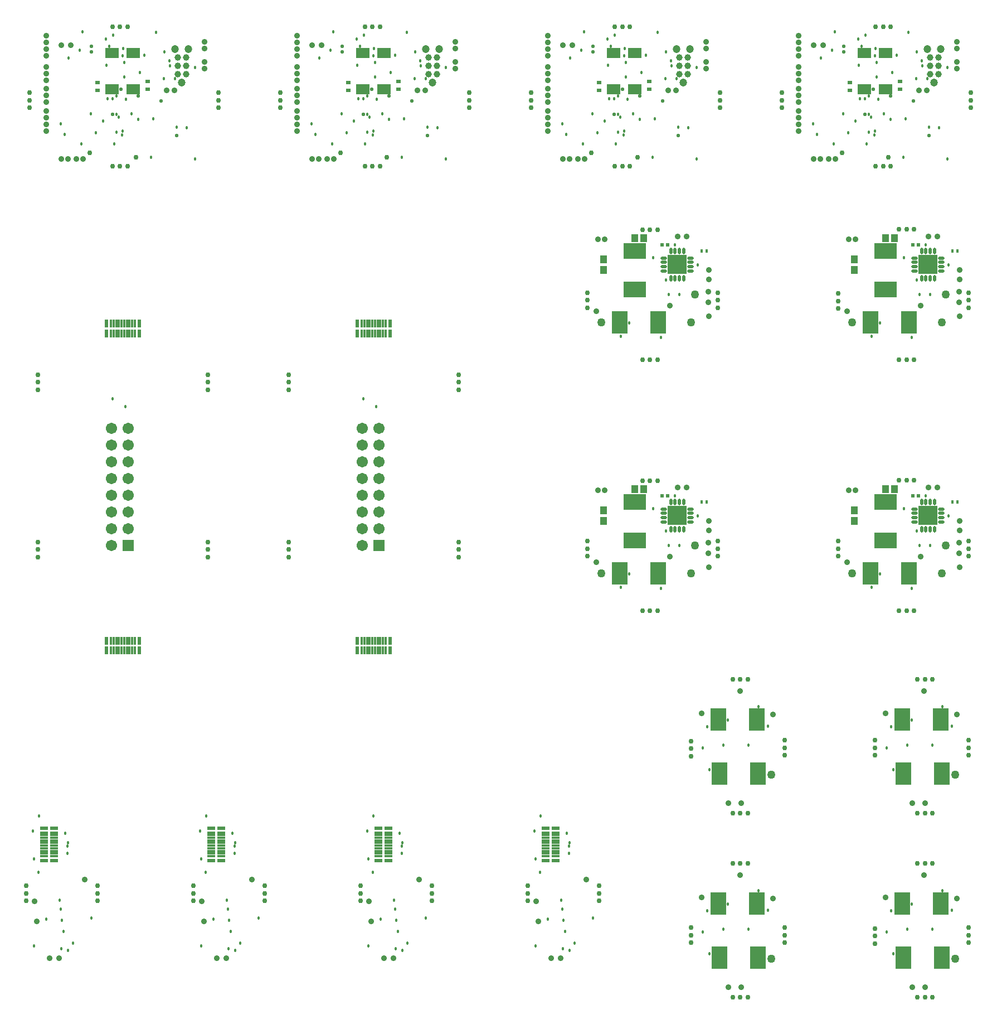
<source format=gbs>
G04*
G04 #@! TF.GenerationSoftware,Altium Limited,Altium Designer,21.9.1 (22)*
G04*
G04 Layer_Color=16711935*
%FSLAX25Y25*%
%MOIN*%
G70*
G04*
G04 #@! TF.SameCoordinates,13B4354E-90E4-473D-AD5A-126374568DC2*
G04*
G04*
G04 #@! TF.FilePolarity,Negative*
G04*
G01*
G75*
%ADD11R,0.03985X0.04758*%
%ADD16R,0.13500X0.09500*%
%ADD17R,0.01575X0.01968*%
%ADD18R,0.02423X0.02254*%
%ADD66C,0.03000*%
%ADD69C,0.01800*%
%ADD70C,0.05000*%
%ADD74C,0.02200*%
%ADD75R,0.09500X0.13500*%
%ADD79R,0.02648X0.01860*%
%ADD89O,0.03950X0.01981*%
%ADD90O,0.01981X0.03950*%
%ADD91R,0.11351X0.11351*%
%ADD92R,0.03950X0.04540*%
%ADD107C,0.03556*%
%ADD108C,0.02769*%
%ADD109R,0.06706X0.06706*%
%ADD110C,0.06706*%
%ADD111C,0.04702*%
%ADD112R,0.02375X0.05131*%
%ADD113R,0.01784X0.05131*%
%ADD114C,0.03898*%
%ADD115R,0.08280X0.05918*%
%ADD116R,0.05131X0.01784*%
%ADD117R,0.05131X0.02375*%
D11*
X458400Y402143D02*
D03*
Y408457D02*
D03*
X608400Y402143D02*
D03*
Y408457D02*
D03*
X458400Y552143D02*
D03*
Y558457D02*
D03*
X608400Y552143D02*
D03*
Y558457D02*
D03*
D16*
X477100Y390500D02*
D03*
Y413500D02*
D03*
X627100Y390500D02*
D03*
Y413500D02*
D03*
X477100Y540500D02*
D03*
Y563500D02*
D03*
X627100Y540500D02*
D03*
Y563500D02*
D03*
D17*
X516825Y413500D02*
D03*
X519975D02*
D03*
X666825D02*
D03*
X669975D02*
D03*
X516825Y563500D02*
D03*
X519975D02*
D03*
X666825D02*
D03*
X669975D02*
D03*
D18*
X493313Y417200D02*
D03*
X496687D02*
D03*
X643313D02*
D03*
X646687D02*
D03*
X493313Y567200D02*
D03*
X496687D02*
D03*
X643313D02*
D03*
X646687D02*
D03*
D66*
X371500Y480500D02*
D03*
Y485000D02*
D03*
Y489500D02*
D03*
Y380500D02*
D03*
Y385000D02*
D03*
Y389500D02*
D03*
X270000Y380500D02*
D03*
Y385000D02*
D03*
Y389500D02*
D03*
X221500Y380500D02*
D03*
Y385000D02*
D03*
Y389500D02*
D03*
X270000Y480500D02*
D03*
Y485000D02*
D03*
Y489500D02*
D03*
X221500Y480500D02*
D03*
Y485000D02*
D03*
Y489500D02*
D03*
X120000Y480500D02*
D03*
Y485000D02*
D03*
Y489500D02*
D03*
Y380500D02*
D03*
Y385000D02*
D03*
Y389500D02*
D03*
X113000Y175000D02*
D03*
Y179500D02*
D03*
Y184000D02*
D03*
X155500Y175000D02*
D03*
Y179500D02*
D03*
Y184000D02*
D03*
X213000Y175000D02*
D03*
Y179500D02*
D03*
Y184000D02*
D03*
X255500Y175000D02*
D03*
Y179500D02*
D03*
Y184000D02*
D03*
X313000Y175000D02*
D03*
Y179500D02*
D03*
Y184000D02*
D03*
X355500Y175000D02*
D03*
Y179500D02*
D03*
Y184000D02*
D03*
X413000Y175000D02*
D03*
Y179500D02*
D03*
Y184000D02*
D03*
X455500Y175000D02*
D03*
Y179500D02*
D03*
Y184000D02*
D03*
X510500Y261500D02*
D03*
Y266000D02*
D03*
Y270500D02*
D03*
X566500Y262000D02*
D03*
Y266500D02*
D03*
Y271000D02*
D03*
X544500Y307500D02*
D03*
X540000D02*
D03*
X535500D02*
D03*
X544500Y227500D02*
D03*
X540000D02*
D03*
X535500D02*
D03*
X544500Y197500D02*
D03*
X540000D02*
D03*
X535500D02*
D03*
X544500Y117500D02*
D03*
X540000D02*
D03*
X535500D02*
D03*
X510500Y150000D02*
D03*
Y154500D02*
D03*
Y159000D02*
D03*
X566500Y150000D02*
D03*
Y154500D02*
D03*
Y159000D02*
D03*
X655000Y117500D02*
D03*
X650500D02*
D03*
X646000D02*
D03*
X620500Y149500D02*
D03*
Y154000D02*
D03*
Y158500D02*
D03*
X676500Y150000D02*
D03*
Y154500D02*
D03*
Y159000D02*
D03*
X655000Y197500D02*
D03*
X650500D02*
D03*
X646000D02*
D03*
X655000Y227500D02*
D03*
X650500D02*
D03*
X646000D02*
D03*
X620500Y262000D02*
D03*
Y266500D02*
D03*
Y271000D02*
D03*
X676500Y262000D02*
D03*
Y266500D02*
D03*
Y271000D02*
D03*
X655000Y307500D02*
D03*
X650500D02*
D03*
X646000D02*
D03*
X644000Y348500D02*
D03*
X639500D02*
D03*
X635000D02*
D03*
X676500Y381000D02*
D03*
Y385500D02*
D03*
Y390000D02*
D03*
X644000Y426500D02*
D03*
X639500D02*
D03*
X635000D02*
D03*
X598500Y381000D02*
D03*
Y385500D02*
D03*
Y390000D02*
D03*
X448500Y381000D02*
D03*
Y385500D02*
D03*
Y390000D02*
D03*
X490500Y348500D02*
D03*
X486000D02*
D03*
X481500D02*
D03*
X526500Y381000D02*
D03*
Y385500D02*
D03*
Y390000D02*
D03*
X490500Y426000D02*
D03*
X486000D02*
D03*
X481500D02*
D03*
X644000Y498500D02*
D03*
X639500D02*
D03*
X635000D02*
D03*
X676500Y529500D02*
D03*
Y534000D02*
D03*
Y538500D02*
D03*
X644000Y576500D02*
D03*
X639500D02*
D03*
X635000D02*
D03*
X598500Y529000D02*
D03*
Y533500D02*
D03*
Y538000D02*
D03*
X490500Y498500D02*
D03*
X486000D02*
D03*
X481500D02*
D03*
X526500Y529500D02*
D03*
Y534000D02*
D03*
Y538500D02*
D03*
X448500Y529500D02*
D03*
Y534000D02*
D03*
Y538500D02*
D03*
X490500Y576000D02*
D03*
X486000D02*
D03*
X481500D02*
D03*
X378000Y649000D02*
D03*
Y653500D02*
D03*
Y658000D02*
D03*
X265000Y649000D02*
D03*
Y653500D02*
D03*
Y658000D02*
D03*
X228000Y649000D02*
D03*
Y653500D02*
D03*
Y658000D02*
D03*
X115000Y649000D02*
D03*
Y653500D02*
D03*
Y658000D02*
D03*
X173500Y614000D02*
D03*
X169000D02*
D03*
X164500D02*
D03*
X324500D02*
D03*
X320000D02*
D03*
X315500D02*
D03*
X173500Y697500D02*
D03*
X169000D02*
D03*
X164500D02*
D03*
X324500D02*
D03*
X320000D02*
D03*
X315500D02*
D03*
X630000Y614000D02*
D03*
X625500D02*
D03*
X621000D02*
D03*
X678000Y649000D02*
D03*
Y653500D02*
D03*
Y658000D02*
D03*
X630000Y697500D02*
D03*
X625500D02*
D03*
X621000D02*
D03*
X565000Y649000D02*
D03*
Y653500D02*
D03*
Y658000D02*
D03*
X474000Y614000D02*
D03*
X469500D02*
D03*
X465000D02*
D03*
X474000Y697500D02*
D03*
X469500D02*
D03*
X465000D02*
D03*
X528009Y648979D02*
D03*
Y653479D02*
D03*
Y657979D02*
D03*
X415000Y658000D02*
D03*
Y653500D02*
D03*
Y649000D02*
D03*
X151000Y622000D02*
D03*
X178500Y619500D02*
D03*
X301000Y622000D02*
D03*
X328500Y619500D02*
D03*
X451000Y622000D02*
D03*
X478500Y619500D02*
D03*
X601000Y622000D02*
D03*
X628500Y619500D02*
D03*
D69*
X488091Y409553D02*
D03*
X495700Y396000D02*
D03*
X497300Y387278D02*
D03*
X503788Y387413D02*
D03*
X514500Y405200D02*
D03*
X501121Y417000D02*
D03*
X492600Y361700D02*
D03*
X468600Y362500D02*
D03*
X488100Y372600D02*
D03*
X473700Y370400D02*
D03*
X638091Y409553D02*
D03*
X645700Y396000D02*
D03*
X647300Y387278D02*
D03*
X653788Y387413D02*
D03*
X664500Y405200D02*
D03*
X651121Y417000D02*
D03*
X642600Y361700D02*
D03*
X618600Y362500D02*
D03*
X638100Y372600D02*
D03*
X623700Y370400D02*
D03*
X488091Y559553D02*
D03*
X495700Y546000D02*
D03*
X497300Y537278D02*
D03*
X503788Y537413D02*
D03*
X514500Y555200D02*
D03*
X501121Y567000D02*
D03*
X492600Y511700D02*
D03*
X468600Y512500D02*
D03*
X488100Y522600D02*
D03*
X473700Y520400D02*
D03*
X638091Y559553D02*
D03*
X645700Y546000D02*
D03*
X647300Y537278D02*
D03*
X653788Y537413D02*
D03*
X664500Y555200D02*
D03*
X651121Y567000D02*
D03*
X642600Y511700D02*
D03*
X618600Y512500D02*
D03*
X638100Y522600D02*
D03*
X623700Y520400D02*
D03*
X322161Y470316D02*
D03*
X314690Y475065D02*
D03*
X172161Y470316D02*
D03*
X164690Y475065D02*
D03*
X550870Y181225D02*
D03*
X532610Y173029D02*
D03*
X556650Y169500D02*
D03*
X520350Y169203D02*
D03*
X517575Y156276D02*
D03*
X521500Y143500D02*
D03*
X530000Y158000D02*
D03*
X545000D02*
D03*
X660870Y181225D02*
D03*
X642610Y173029D02*
D03*
X666650Y169500D02*
D03*
X630350Y169203D02*
D03*
X627575Y156276D02*
D03*
X631500Y143500D02*
D03*
X640000Y158000D02*
D03*
X655000D02*
D03*
X550870Y291225D02*
D03*
X532610Y283030D02*
D03*
X556650Y279500D02*
D03*
X520350Y279203D02*
D03*
X517575Y266276D02*
D03*
X521500Y253500D02*
D03*
X530000Y268000D02*
D03*
X545000D02*
D03*
X660870Y291225D02*
D03*
X642610Y283030D02*
D03*
X666650Y279500D02*
D03*
X630350Y279203D02*
D03*
X627575Y266276D02*
D03*
X631500Y253500D02*
D03*
X640000Y268000D02*
D03*
X655000D02*
D03*
X154500Y634000D02*
D03*
X166914Y645117D02*
D03*
X168214Y643342D02*
D03*
X180000Y642000D02*
D03*
X170728Y634996D02*
D03*
X167128Y634357D02*
D03*
X187635Y619259D02*
D03*
X165500Y627500D02*
D03*
X171000Y684500D02*
D03*
X170491Y680009D02*
D03*
X171500Y676000D02*
D03*
Y667500D02*
D03*
X170450Y632651D02*
D03*
X172500Y654000D02*
D03*
X198500Y677000D02*
D03*
X202000Y666500D02*
D03*
X214000Y673000D02*
D03*
X146500Y694500D02*
D03*
X138282Y678786D02*
D03*
X145000Y683500D02*
D03*
X162500Y685900D02*
D03*
X165000Y692500D02*
D03*
X160500Y690000D02*
D03*
X183500Y680500D02*
D03*
X195217Y666583D02*
D03*
X195500Y682500D02*
D03*
X161000Y674500D02*
D03*
X199000Y674000D02*
D03*
X164617Y654409D02*
D03*
X161500Y654500D02*
D03*
X166979Y656141D02*
D03*
X214000Y618500D02*
D03*
X209000Y637000D02*
D03*
X189000Y642500D02*
D03*
X190634Y693995D02*
D03*
X203000Y637500D02*
D03*
X181000Y670000D02*
D03*
X158976Y641160D02*
D03*
X176000Y645500D02*
D03*
X133500Y639500D02*
D03*
X151528Y645472D02*
D03*
X136000Y633000D02*
D03*
X146000Y627500D02*
D03*
X304500Y634000D02*
D03*
X316915Y645117D02*
D03*
X318214Y643342D02*
D03*
X330000Y642000D02*
D03*
X320728Y634996D02*
D03*
X317128Y634357D02*
D03*
X337635Y619259D02*
D03*
X315500Y627500D02*
D03*
X321000Y684500D02*
D03*
X320491Y680009D02*
D03*
X321500Y676000D02*
D03*
Y667500D02*
D03*
X320450Y632651D02*
D03*
X322500Y654000D02*
D03*
X348500Y677000D02*
D03*
X352000Y666500D02*
D03*
X364000Y673000D02*
D03*
X296500Y694500D02*
D03*
X288282Y678786D02*
D03*
X295000Y683500D02*
D03*
X312500Y685900D02*
D03*
X315000Y692500D02*
D03*
X310500Y690000D02*
D03*
X333500Y680500D02*
D03*
X345217Y666583D02*
D03*
X345500Y682500D02*
D03*
X311000Y674500D02*
D03*
X349000Y674000D02*
D03*
X314617Y654409D02*
D03*
X311500Y654500D02*
D03*
X316979Y656141D02*
D03*
X364000Y618500D02*
D03*
X359000Y637000D02*
D03*
X339000Y642500D02*
D03*
X340634Y693995D02*
D03*
X353000Y637500D02*
D03*
X331000Y670000D02*
D03*
X308976Y641160D02*
D03*
X326000Y645500D02*
D03*
X283500Y639500D02*
D03*
X301528Y645472D02*
D03*
X286000Y633000D02*
D03*
X296000Y627500D02*
D03*
X454500Y634000D02*
D03*
X466915Y645117D02*
D03*
X468214Y643342D02*
D03*
X480000Y642000D02*
D03*
X470728Y634996D02*
D03*
X467128Y634357D02*
D03*
X487635Y619259D02*
D03*
X465500Y627500D02*
D03*
X471000Y684500D02*
D03*
X470491Y680009D02*
D03*
X471500Y676000D02*
D03*
Y667500D02*
D03*
X470450Y632651D02*
D03*
X472500Y654000D02*
D03*
X498500Y677000D02*
D03*
X502000Y666500D02*
D03*
X514000Y673000D02*
D03*
X446500Y694500D02*
D03*
X438282Y678786D02*
D03*
X445000Y683500D02*
D03*
X462500Y685900D02*
D03*
X465000Y692500D02*
D03*
X460500Y690000D02*
D03*
X483500Y680500D02*
D03*
X495217Y666583D02*
D03*
X495500Y682500D02*
D03*
X461000Y674500D02*
D03*
X499000Y674000D02*
D03*
X464617Y654409D02*
D03*
X461500Y654500D02*
D03*
X466979Y656141D02*
D03*
X514000Y618500D02*
D03*
X509000Y637000D02*
D03*
X489000Y642500D02*
D03*
X490634Y693995D02*
D03*
X503000Y637500D02*
D03*
X481000Y670000D02*
D03*
X458976Y641160D02*
D03*
X476000Y645500D02*
D03*
X433500Y639500D02*
D03*
X451528Y645472D02*
D03*
X436000Y633000D02*
D03*
X446000Y627500D02*
D03*
X604500Y634000D02*
D03*
X616915Y645117D02*
D03*
X618214Y643342D02*
D03*
X630000Y642000D02*
D03*
X620728Y634996D02*
D03*
X617128Y634357D02*
D03*
X637635Y619259D02*
D03*
X615500Y627500D02*
D03*
X621000Y684500D02*
D03*
X620491Y680009D02*
D03*
X621500Y676000D02*
D03*
Y667500D02*
D03*
X620450Y632651D02*
D03*
X622500Y654000D02*
D03*
X648500Y677000D02*
D03*
X652000Y666500D02*
D03*
X664000Y673000D02*
D03*
X596500Y694500D02*
D03*
X588282Y678786D02*
D03*
X595000Y683500D02*
D03*
X612500Y685900D02*
D03*
X615000Y692500D02*
D03*
X610500Y690000D02*
D03*
X633500Y680500D02*
D03*
X645217Y666583D02*
D03*
X645500Y682500D02*
D03*
X611000Y674500D02*
D03*
X649000Y674000D02*
D03*
X614617Y654409D02*
D03*
X611500Y654500D02*
D03*
X616979Y656141D02*
D03*
X664000Y618500D02*
D03*
X659000Y637000D02*
D03*
X639000Y642500D02*
D03*
X640634Y693995D02*
D03*
X653000Y637500D02*
D03*
X631000Y670000D02*
D03*
X608976Y641160D02*
D03*
X626000Y645500D02*
D03*
X583500Y639500D02*
D03*
X601528Y645472D02*
D03*
X586000Y633000D02*
D03*
X596000Y627500D02*
D03*
X417604Y148054D02*
D03*
X440885Y149800D02*
D03*
X435443Y156617D02*
D03*
X437785Y203400D02*
D03*
X420485Y225700D02*
D03*
X420428Y192197D02*
D03*
X417585Y200100D02*
D03*
X417024Y216739D02*
D03*
X436392Y215461D02*
D03*
X437994Y209880D02*
D03*
X437745Y207594D02*
D03*
X434340Y163321D02*
D03*
X433551Y170170D02*
D03*
X451909Y164792D02*
D03*
X433049Y175369D02*
D03*
X424985Y164200D02*
D03*
X433946Y146470D02*
D03*
X437861Y145490D02*
D03*
X317604Y148054D02*
D03*
X340885Y149800D02*
D03*
X335443Y156617D02*
D03*
X337785Y203400D02*
D03*
X320485Y225700D02*
D03*
X320428Y192197D02*
D03*
X317585Y200100D02*
D03*
X317023Y216739D02*
D03*
X336392Y215461D02*
D03*
X337994Y209880D02*
D03*
X337745Y207594D02*
D03*
X334340Y163321D02*
D03*
X333551Y170170D02*
D03*
X351909Y164792D02*
D03*
X333049Y175369D02*
D03*
X324985Y164200D02*
D03*
X333946Y146470D02*
D03*
X337861Y145490D02*
D03*
X217604Y148054D02*
D03*
X240885Y149800D02*
D03*
X235443Y156617D02*
D03*
X237785Y203400D02*
D03*
X220485Y225700D02*
D03*
X220428Y192197D02*
D03*
X217585Y200100D02*
D03*
X217023Y216739D02*
D03*
X236392Y215461D02*
D03*
X237994Y209880D02*
D03*
X237745Y207594D02*
D03*
X234340Y163321D02*
D03*
X233551Y170170D02*
D03*
X251909Y164792D02*
D03*
X233049Y175369D02*
D03*
X224985Y164200D02*
D03*
X233946Y146470D02*
D03*
X237861Y145490D02*
D03*
X117604Y148054D02*
D03*
X140885Y149800D02*
D03*
X135443Y156617D02*
D03*
X137785Y203400D02*
D03*
X120485Y225700D02*
D03*
X120428Y192197D02*
D03*
X117585Y200100D02*
D03*
X117024Y216739D02*
D03*
X136392Y215461D02*
D03*
X137994Y209880D02*
D03*
X137745Y207594D02*
D03*
X134340Y163321D02*
D03*
X133551Y170170D02*
D03*
X151909Y164792D02*
D03*
X133049Y175369D02*
D03*
X124985Y164200D02*
D03*
X133946Y146470D02*
D03*
X137861Y145490D02*
D03*
D70*
X512800Y387500D02*
D03*
X510600Y370800D02*
D03*
X457100D02*
D03*
X662800Y387500D02*
D03*
X660600Y370800D02*
D03*
X607100D02*
D03*
X512800Y537500D02*
D03*
X510600Y520800D02*
D03*
X457100D02*
D03*
X662800Y537500D02*
D03*
X660600Y520800D02*
D03*
X607100D02*
D03*
X558500Y140500D02*
D03*
X668500D02*
D03*
X558500Y250500D02*
D03*
X668500D02*
D03*
D74*
X164500Y645000D02*
D03*
X169500Y660000D02*
D03*
X152000Y685700D02*
D03*
X180000Y656000D02*
D03*
X193500Y653000D02*
D03*
X203000Y632500D02*
D03*
X152000Y682500D02*
D03*
X314500Y645000D02*
D03*
X319500Y660000D02*
D03*
X302000Y685700D02*
D03*
X330000Y656000D02*
D03*
X343500Y653000D02*
D03*
X353000Y632500D02*
D03*
X302000Y682500D02*
D03*
X464500Y645000D02*
D03*
X469500Y660000D02*
D03*
X452000Y685700D02*
D03*
X480000Y656000D02*
D03*
X493500Y653000D02*
D03*
X503000Y632500D02*
D03*
X452000Y682500D02*
D03*
X614500Y645000D02*
D03*
X619500Y660000D02*
D03*
X602000Y685700D02*
D03*
X630000Y656000D02*
D03*
X643500Y653000D02*
D03*
X653000Y632500D02*
D03*
X602000Y682500D02*
D03*
D75*
X491102Y370859D02*
D03*
X468102D02*
D03*
X641102D02*
D03*
X618102D02*
D03*
X491102Y520859D02*
D03*
X468102D02*
D03*
X641102D02*
D03*
X618102D02*
D03*
X550500Y141000D02*
D03*
X527500D02*
D03*
X527000Y173500D02*
D03*
X550000D02*
D03*
X660500Y141000D02*
D03*
X637500D02*
D03*
X637000Y173500D02*
D03*
X660000D02*
D03*
X550500Y251000D02*
D03*
X527500D02*
D03*
X527000Y283500D02*
D03*
X550000D02*
D03*
X660500Y251000D02*
D03*
X637500D02*
D03*
X637000Y283500D02*
D03*
X660000D02*
D03*
D79*
X185500Y664862D02*
D03*
Y660138D02*
D03*
X155673Y659514D02*
D03*
Y664238D02*
D03*
X335500Y664862D02*
D03*
Y660138D02*
D03*
X305673Y659514D02*
D03*
Y664238D02*
D03*
X485500Y664862D02*
D03*
Y660138D02*
D03*
X455673Y659514D02*
D03*
Y664238D02*
D03*
X635500Y664862D02*
D03*
Y660138D02*
D03*
X605673Y659514D02*
D03*
Y664238D02*
D03*
D89*
X494300Y401482D02*
D03*
Y404041D02*
D03*
Y406600D02*
D03*
Y409159D02*
D03*
X510442D02*
D03*
Y406600D02*
D03*
Y404041D02*
D03*
Y401482D02*
D03*
X644300D02*
D03*
Y404041D02*
D03*
Y406600D02*
D03*
Y409159D02*
D03*
X660442D02*
D03*
Y406600D02*
D03*
Y404041D02*
D03*
Y401482D02*
D03*
X494300Y551482D02*
D03*
Y554041D02*
D03*
Y556600D02*
D03*
Y559159D02*
D03*
X510442D02*
D03*
Y556600D02*
D03*
Y554041D02*
D03*
Y551482D02*
D03*
X644300D02*
D03*
Y554041D02*
D03*
Y556600D02*
D03*
Y559159D02*
D03*
X660442D02*
D03*
Y556600D02*
D03*
Y554041D02*
D03*
Y551482D02*
D03*
D90*
X498532Y413391D02*
D03*
X501091D02*
D03*
X503650D02*
D03*
X506210D02*
D03*
Y397250D02*
D03*
X503650D02*
D03*
X501091D02*
D03*
X498532D02*
D03*
X648532Y413391D02*
D03*
X651091D02*
D03*
X653650D02*
D03*
X656210D02*
D03*
Y397250D02*
D03*
X653650D02*
D03*
X651091D02*
D03*
X648532D02*
D03*
X498532Y563391D02*
D03*
X501091D02*
D03*
X503650D02*
D03*
X506210D02*
D03*
Y547250D02*
D03*
X503650D02*
D03*
X501091D02*
D03*
X498532D02*
D03*
X648532Y563391D02*
D03*
X651091D02*
D03*
X653650D02*
D03*
X656210D02*
D03*
Y547250D02*
D03*
X653650D02*
D03*
X651091D02*
D03*
X648532D02*
D03*
D91*
X502371Y405321D02*
D03*
X652371D02*
D03*
X502371Y555321D02*
D03*
X652371D02*
D03*
D92*
X482358Y421200D02*
D03*
X477042D02*
D03*
X632358D02*
D03*
X627042D02*
D03*
X482358Y571200D02*
D03*
X477042D02*
D03*
X632358D02*
D03*
X627042D02*
D03*
D107*
X454900Y420400D02*
D03*
X508000Y422200D02*
D03*
X502600Y422000D02*
D03*
X521100Y382600D02*
D03*
Y389000D02*
D03*
X521300Y396500D02*
D03*
Y402200D02*
D03*
Y374300D02*
D03*
X454100Y377500D02*
D03*
X497800Y380800D02*
D03*
X459000Y420400D02*
D03*
X604900D02*
D03*
X658000Y422200D02*
D03*
X652600Y422000D02*
D03*
X671100Y382600D02*
D03*
Y389000D02*
D03*
X671300Y396500D02*
D03*
Y402200D02*
D03*
Y374300D02*
D03*
X604100Y377500D02*
D03*
X647800Y380800D02*
D03*
X609000Y420400D02*
D03*
X454900Y570400D02*
D03*
X508000Y572200D02*
D03*
X502600Y572000D02*
D03*
X521100Y532600D02*
D03*
Y539000D02*
D03*
X521300Y546500D02*
D03*
Y552200D02*
D03*
Y524300D02*
D03*
X454100Y527500D02*
D03*
X497800Y530800D02*
D03*
X459000Y570400D02*
D03*
X604900D02*
D03*
X658000Y572200D02*
D03*
X652600Y572000D02*
D03*
X671100Y532600D02*
D03*
Y539000D02*
D03*
X671300Y546500D02*
D03*
Y552200D02*
D03*
Y524300D02*
D03*
X604100Y527500D02*
D03*
X647800Y530800D02*
D03*
X609000Y570400D02*
D03*
X559500Y176500D02*
D03*
X540000Y190500D02*
D03*
X517000Y177000D02*
D03*
X540500Y123500D02*
D03*
X533000D02*
D03*
X669500Y176500D02*
D03*
X650000Y190500D02*
D03*
X627000Y177000D02*
D03*
X650500Y123500D02*
D03*
X643000D02*
D03*
X559500Y286500D02*
D03*
X540000Y300500D02*
D03*
X517000Y287000D02*
D03*
X540500Y233500D02*
D03*
X533000D02*
D03*
X669500Y286500D02*
D03*
X650000Y300500D02*
D03*
X627000Y287000D02*
D03*
X650500Y233500D02*
D03*
X643000D02*
D03*
X201591Y659500D02*
D03*
X197000D02*
D03*
X146800Y618500D02*
D03*
X143000D02*
D03*
X138000D02*
D03*
X134000D02*
D03*
Y686500D02*
D03*
X125000Y647000D02*
D03*
Y673500D02*
D03*
Y680000D02*
D03*
X139500Y686500D02*
D03*
X219500Y672500D02*
D03*
X125000Y669500D02*
D03*
Y688000D02*
D03*
Y692000D02*
D03*
Y684000D02*
D03*
Y665500D02*
D03*
Y635000D02*
D03*
Y660500D02*
D03*
Y639000D02*
D03*
Y656500D02*
D03*
Y652500D02*
D03*
Y643000D02*
D03*
X219500Y684500D02*
D03*
Y688500D02*
D03*
Y676500D02*
D03*
X351590Y659500D02*
D03*
X347000D02*
D03*
X296800Y618500D02*
D03*
X293000D02*
D03*
X288000D02*
D03*
X284000D02*
D03*
Y686500D02*
D03*
X275000Y647000D02*
D03*
Y673500D02*
D03*
Y680000D02*
D03*
X289500Y686500D02*
D03*
X369500Y672500D02*
D03*
X275000Y669500D02*
D03*
Y688000D02*
D03*
Y692000D02*
D03*
Y684000D02*
D03*
Y665500D02*
D03*
Y635000D02*
D03*
Y660500D02*
D03*
Y639000D02*
D03*
Y656500D02*
D03*
Y652500D02*
D03*
Y643000D02*
D03*
X369500Y684500D02*
D03*
Y688500D02*
D03*
Y676500D02*
D03*
X501590Y659500D02*
D03*
X497000D02*
D03*
X446800Y618500D02*
D03*
X443000D02*
D03*
X438000D02*
D03*
X434000D02*
D03*
Y686500D02*
D03*
X425000Y647000D02*
D03*
Y673500D02*
D03*
Y680000D02*
D03*
X439500Y686500D02*
D03*
X519500Y672500D02*
D03*
X425000Y669500D02*
D03*
Y688000D02*
D03*
Y692000D02*
D03*
Y684000D02*
D03*
Y665500D02*
D03*
Y635000D02*
D03*
Y660500D02*
D03*
Y639000D02*
D03*
Y656500D02*
D03*
Y652500D02*
D03*
Y643000D02*
D03*
X519500Y684500D02*
D03*
Y688500D02*
D03*
Y676500D02*
D03*
X651590Y659500D02*
D03*
X647000D02*
D03*
X596800Y618500D02*
D03*
X593000D02*
D03*
X588000D02*
D03*
X584000D02*
D03*
Y686500D02*
D03*
X575000Y647000D02*
D03*
Y673500D02*
D03*
Y680000D02*
D03*
X589500Y686500D02*
D03*
X669500Y672500D02*
D03*
X575000Y669500D02*
D03*
Y688000D02*
D03*
Y692000D02*
D03*
Y684000D02*
D03*
Y665500D02*
D03*
Y635000D02*
D03*
Y660500D02*
D03*
Y639000D02*
D03*
Y656500D02*
D03*
Y652500D02*
D03*
Y643000D02*
D03*
X669500Y684500D02*
D03*
Y688500D02*
D03*
Y676500D02*
D03*
X447885Y187800D02*
D03*
X432585Y140900D02*
D03*
X419385Y162600D02*
D03*
X417885Y174800D02*
D03*
X426885Y140800D02*
D03*
X347885Y187800D02*
D03*
X332585Y140900D02*
D03*
X319385Y162600D02*
D03*
X317885Y174800D02*
D03*
X326885Y140800D02*
D03*
X247885Y187800D02*
D03*
X232585Y140900D02*
D03*
X219385Y162600D02*
D03*
X217885Y174800D02*
D03*
X226885Y140800D02*
D03*
X147885Y187800D02*
D03*
X132585Y140900D02*
D03*
X119385Y162600D02*
D03*
X117885Y174800D02*
D03*
X126885Y140800D02*
D03*
D108*
X500235Y407465D02*
D03*
X504565D02*
D03*
X500235Y403135D02*
D03*
X504565D02*
D03*
X500206Y403155D02*
D03*
X504536D02*
D03*
X500206Y407486D02*
D03*
X504536D02*
D03*
X650235Y407465D02*
D03*
X654565D02*
D03*
X650235Y403135D02*
D03*
X654565D02*
D03*
X650206Y403155D02*
D03*
X654536D02*
D03*
X650206Y407486D02*
D03*
X654536D02*
D03*
X500235Y557465D02*
D03*
X504565D02*
D03*
X500235Y553135D02*
D03*
X504565D02*
D03*
X500206Y553155D02*
D03*
X504536D02*
D03*
X500206Y557486D02*
D03*
X504536D02*
D03*
X650235Y557465D02*
D03*
X654565D02*
D03*
X650235Y553135D02*
D03*
X654565D02*
D03*
X650206Y553155D02*
D03*
X654536D02*
D03*
X650206Y557486D02*
D03*
X654536D02*
D03*
D109*
X323929Y387583D02*
D03*
X173929D02*
D03*
D110*
X313929D02*
D03*
X323929Y397583D02*
D03*
X313929D02*
D03*
X323929Y407583D02*
D03*
X313929D02*
D03*
X323929Y417583D02*
D03*
X313929D02*
D03*
X323929Y427583D02*
D03*
X313929D02*
D03*
X323929Y437583D02*
D03*
X313929D02*
D03*
X323929Y447583D02*
D03*
X313929D02*
D03*
X323929Y457583D02*
D03*
X313929D02*
D03*
X163929Y387583D02*
D03*
X173929Y397583D02*
D03*
X163929D02*
D03*
X173929Y407583D02*
D03*
X163929D02*
D03*
X173929Y417583D02*
D03*
X163929D02*
D03*
X173929Y427583D02*
D03*
X163929D02*
D03*
X173929Y437583D02*
D03*
X163929D02*
D03*
X173929Y447583D02*
D03*
X163929D02*
D03*
X173929Y457583D02*
D03*
X163929D02*
D03*
D111*
X202000Y684000D02*
D03*
X210000D02*
D03*
X206000Y664000D02*
D03*
X352000Y684000D02*
D03*
X360000D02*
D03*
X356000Y664000D02*
D03*
X502000Y684000D02*
D03*
X510000D02*
D03*
X506000Y664000D02*
D03*
X652000Y684000D02*
D03*
X660000D02*
D03*
X656000Y664000D02*
D03*
D112*
X330484Y330575D02*
D03*
Y324670D02*
D03*
X311074Y330575D02*
D03*
Y324670D02*
D03*
X311074Y514040D02*
D03*
Y519945D02*
D03*
X330484Y514040D02*
D03*
Y519945D02*
D03*
X180484Y330575D02*
D03*
Y324670D02*
D03*
X161074Y330575D02*
D03*
Y324670D02*
D03*
X161074Y514040D02*
D03*
Y519945D02*
D03*
X180484Y514040D02*
D03*
Y519945D02*
D03*
D113*
X313693Y324670D02*
D03*
X327866Y330575D02*
D03*
Y324670D02*
D03*
X326291Y330575D02*
D03*
Y324670D02*
D03*
X324716Y330575D02*
D03*
Y324670D02*
D03*
X323141Y330575D02*
D03*
Y324670D02*
D03*
X321567Y330575D02*
D03*
Y324670D02*
D03*
X319992Y330575D02*
D03*
Y324670D02*
D03*
X318417Y330575D02*
D03*
Y324670D02*
D03*
X316842Y330575D02*
D03*
Y324670D02*
D03*
X315267Y330575D02*
D03*
Y324670D02*
D03*
X313693Y330575D02*
D03*
X327866Y519945D02*
D03*
X313693Y514040D02*
D03*
Y519945D02*
D03*
X315267Y514040D02*
D03*
Y519945D02*
D03*
X316842Y514040D02*
D03*
Y519945D02*
D03*
X318417Y514040D02*
D03*
Y519945D02*
D03*
X319992Y514040D02*
D03*
Y519945D02*
D03*
X321567Y514040D02*
D03*
Y519945D02*
D03*
X323141Y514040D02*
D03*
Y519945D02*
D03*
X324716Y514040D02*
D03*
Y519945D02*
D03*
X326291Y514040D02*
D03*
Y519945D02*
D03*
X327866Y514040D02*
D03*
X163693Y324670D02*
D03*
X177866Y330575D02*
D03*
Y324670D02*
D03*
X176291Y330575D02*
D03*
Y324670D02*
D03*
X174716Y330575D02*
D03*
Y324670D02*
D03*
X173141Y330575D02*
D03*
Y324670D02*
D03*
X171567Y330575D02*
D03*
Y324670D02*
D03*
X169992Y330575D02*
D03*
Y324670D02*
D03*
X168417Y330575D02*
D03*
Y324670D02*
D03*
X166842Y330575D02*
D03*
Y324670D02*
D03*
X165267Y330575D02*
D03*
Y324670D02*
D03*
X163693Y330575D02*
D03*
X177866Y519945D02*
D03*
X163693Y514040D02*
D03*
Y519945D02*
D03*
X165267Y514040D02*
D03*
Y519945D02*
D03*
X166842Y514040D02*
D03*
Y519945D02*
D03*
X168417Y514040D02*
D03*
Y519945D02*
D03*
X169992Y514040D02*
D03*
Y519945D02*
D03*
X171567Y514040D02*
D03*
Y519945D02*
D03*
X173141Y514040D02*
D03*
Y519945D02*
D03*
X174716Y514040D02*
D03*
Y519945D02*
D03*
X176291Y514040D02*
D03*
Y519945D02*
D03*
X177866Y514040D02*
D03*
D114*
X208500Y679000D02*
D03*
X203500D02*
D03*
X208500Y674000D02*
D03*
X203500D02*
D03*
X208500Y669000D02*
D03*
X203500D02*
D03*
X358500Y679000D02*
D03*
X353500D02*
D03*
X358500Y674000D02*
D03*
X353500D02*
D03*
X358500Y669000D02*
D03*
X353500D02*
D03*
X508500Y679000D02*
D03*
X503500D02*
D03*
X508500Y674000D02*
D03*
X503500D02*
D03*
X508500Y669000D02*
D03*
X503500D02*
D03*
X658500Y679000D02*
D03*
X653500D02*
D03*
X658500Y674000D02*
D03*
X653500D02*
D03*
X658500Y669000D02*
D03*
X653500D02*
D03*
D115*
X177000Y660000D02*
D03*
X164402D02*
D03*
X177000Y681653D02*
D03*
X164402D02*
D03*
X327000Y660000D02*
D03*
X314402D02*
D03*
X327000Y681653D02*
D03*
X314402D02*
D03*
X477000Y660000D02*
D03*
X464402D02*
D03*
X477000Y681653D02*
D03*
X464402D02*
D03*
X627000Y660000D02*
D03*
X614402D02*
D03*
X627000Y681653D02*
D03*
X614402D02*
D03*
D116*
X423685Y201724D02*
D03*
X429591Y203298D02*
D03*
X423685D02*
D03*
X429591Y204873D02*
D03*
X423685D02*
D03*
X429591Y206448D02*
D03*
X423685D02*
D03*
X429591Y208023D02*
D03*
X423685D02*
D03*
X429591Y209598D02*
D03*
X423685D02*
D03*
X429591Y211172D02*
D03*
X423685D02*
D03*
X429591Y212747D02*
D03*
X423685D02*
D03*
X429591Y214322D02*
D03*
X423685D02*
D03*
X429591Y215897D02*
D03*
X423685D02*
D03*
X429591Y201724D02*
D03*
X323685D02*
D03*
X329591Y203298D02*
D03*
X323685D02*
D03*
X329591Y204873D02*
D03*
X323685D02*
D03*
X329591Y206448D02*
D03*
X323685D02*
D03*
X329591Y208023D02*
D03*
X323685D02*
D03*
X329591Y209598D02*
D03*
X323685D02*
D03*
X329591Y211172D02*
D03*
X323685D02*
D03*
X329591Y212747D02*
D03*
X323685D02*
D03*
X329591Y214322D02*
D03*
X323685D02*
D03*
X329591Y215897D02*
D03*
X323685D02*
D03*
X329591Y201724D02*
D03*
X223685D02*
D03*
X229591Y203298D02*
D03*
X223685D02*
D03*
X229591Y204873D02*
D03*
X223685D02*
D03*
X229591Y206448D02*
D03*
X223685D02*
D03*
X229591Y208023D02*
D03*
X223685D02*
D03*
X229591Y209598D02*
D03*
X223685D02*
D03*
X229591Y211172D02*
D03*
X223685D02*
D03*
X229591Y212747D02*
D03*
X223685D02*
D03*
X229591Y214322D02*
D03*
X223685D02*
D03*
X229591Y215897D02*
D03*
X223685D02*
D03*
X229591Y201724D02*
D03*
X123685D02*
D03*
X129591Y203298D02*
D03*
X123685D02*
D03*
X129591Y204873D02*
D03*
X123685D02*
D03*
X129591Y206448D02*
D03*
X123685D02*
D03*
X129591Y208023D02*
D03*
X123685D02*
D03*
X129591Y209598D02*
D03*
X123685D02*
D03*
X129591Y211172D02*
D03*
X123685D02*
D03*
X129591Y212747D02*
D03*
X123685D02*
D03*
X129591Y214322D02*
D03*
X123685D02*
D03*
X129591Y215897D02*
D03*
X123685D02*
D03*
X129591Y201724D02*
D03*
D117*
X429591Y199106D02*
D03*
X423685D02*
D03*
X429591Y218515D02*
D03*
X423685D02*
D03*
X329591Y199106D02*
D03*
X323685D02*
D03*
X329591Y218515D02*
D03*
X323685D02*
D03*
X229591Y199106D02*
D03*
X223685D02*
D03*
X229591Y218515D02*
D03*
X223685D02*
D03*
X129591Y199106D02*
D03*
X123685D02*
D03*
X129591Y218515D02*
D03*
X123685D02*
D03*
M02*

</source>
